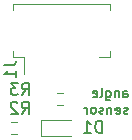
<source format=gbo>
%TF.GenerationSoftware,KiCad,Pcbnew,5.1.10*%
%TF.CreationDate,2021-12-10T14:23:33+01:00*%
%TF.ProjectId,angle-sensor-board,616e676c-652d-4736-956e-736f722d626f,rev?*%
%TF.SameCoordinates,Original*%
%TF.FileFunction,Legend,Bot*%
%TF.FilePolarity,Positive*%
%FSLAX46Y46*%
G04 Gerber Fmt 4.6, Leading zero omitted, Abs format (unit mm)*
G04 Created by KiCad (PCBNEW 5.1.10) date 2021-12-10 14:23:33*
%MOMM*%
%LPD*%
G01*
G04 APERTURE LIST*
%ADD10C,0.200000*%
%ADD11C,0.120000*%
%ADD12C,0.150000*%
%ADD13C,2.200000*%
G04 APERTURE END LIST*
D10*
X41736666Y-37661904D02*
X41736666Y-37242857D01*
X41774761Y-37166666D01*
X41850952Y-37128571D01*
X42003333Y-37128571D01*
X42079523Y-37166666D01*
X41736666Y-37623809D02*
X41812857Y-37661904D01*
X42003333Y-37661904D01*
X42079523Y-37623809D01*
X42117619Y-37547619D01*
X42117619Y-37471428D01*
X42079523Y-37395238D01*
X42003333Y-37357142D01*
X41812857Y-37357142D01*
X41736666Y-37319047D01*
X41355714Y-37128571D02*
X41355714Y-37661904D01*
X41355714Y-37204761D02*
X41317619Y-37166666D01*
X41241428Y-37128571D01*
X41127142Y-37128571D01*
X41050952Y-37166666D01*
X41012857Y-37242857D01*
X41012857Y-37661904D01*
X40289047Y-37128571D02*
X40289047Y-37776190D01*
X40327142Y-37852380D01*
X40365238Y-37890476D01*
X40441428Y-37928571D01*
X40555714Y-37928571D01*
X40631904Y-37890476D01*
X40289047Y-37623809D02*
X40365238Y-37661904D01*
X40517619Y-37661904D01*
X40593809Y-37623809D01*
X40631904Y-37585714D01*
X40670000Y-37509523D01*
X40670000Y-37280952D01*
X40631904Y-37204761D01*
X40593809Y-37166666D01*
X40517619Y-37128571D01*
X40365238Y-37128571D01*
X40289047Y-37166666D01*
X39793809Y-37661904D02*
X39870000Y-37623809D01*
X39908095Y-37547619D01*
X39908095Y-36861904D01*
X39184285Y-37623809D02*
X39260476Y-37661904D01*
X39412857Y-37661904D01*
X39489047Y-37623809D01*
X39527142Y-37547619D01*
X39527142Y-37242857D01*
X39489047Y-37166666D01*
X39412857Y-37128571D01*
X39260476Y-37128571D01*
X39184285Y-37166666D01*
X39146190Y-37242857D01*
X39146190Y-37319047D01*
X39527142Y-37395238D01*
X42117619Y-39023809D02*
X42041428Y-39061904D01*
X41889047Y-39061904D01*
X41812857Y-39023809D01*
X41774761Y-38947619D01*
X41774761Y-38909523D01*
X41812857Y-38833333D01*
X41889047Y-38795238D01*
X42003333Y-38795238D01*
X42079523Y-38757142D01*
X42117619Y-38680952D01*
X42117619Y-38642857D01*
X42079523Y-38566666D01*
X42003333Y-38528571D01*
X41889047Y-38528571D01*
X41812857Y-38566666D01*
X41127142Y-39023809D02*
X41203333Y-39061904D01*
X41355714Y-39061904D01*
X41431904Y-39023809D01*
X41470000Y-38947619D01*
X41470000Y-38642857D01*
X41431904Y-38566666D01*
X41355714Y-38528571D01*
X41203333Y-38528571D01*
X41127142Y-38566666D01*
X41089047Y-38642857D01*
X41089047Y-38719047D01*
X41470000Y-38795238D01*
X40746190Y-38528571D02*
X40746190Y-39061904D01*
X40746190Y-38604761D02*
X40708095Y-38566666D01*
X40631904Y-38528571D01*
X40517619Y-38528571D01*
X40441428Y-38566666D01*
X40403333Y-38642857D01*
X40403333Y-39061904D01*
X40060476Y-39023809D02*
X39984285Y-39061904D01*
X39831904Y-39061904D01*
X39755714Y-39023809D01*
X39717619Y-38947619D01*
X39717619Y-38909523D01*
X39755714Y-38833333D01*
X39831904Y-38795238D01*
X39946190Y-38795238D01*
X40022380Y-38757142D01*
X40060476Y-38680952D01*
X40060476Y-38642857D01*
X40022380Y-38566666D01*
X39946190Y-38528571D01*
X39831904Y-38528571D01*
X39755714Y-38566666D01*
X39260476Y-39061904D02*
X39336666Y-39023809D01*
X39374761Y-38985714D01*
X39412857Y-38909523D01*
X39412857Y-38680952D01*
X39374761Y-38604761D01*
X39336666Y-38566666D01*
X39260476Y-38528571D01*
X39146190Y-38528571D01*
X39070000Y-38566666D01*
X39031904Y-38604761D01*
X38993809Y-38680952D01*
X38993809Y-38909523D01*
X39031904Y-38985714D01*
X39070000Y-39023809D01*
X39146190Y-39061904D01*
X39260476Y-39061904D01*
X38650952Y-39061904D02*
X38650952Y-38528571D01*
X38650952Y-38680952D02*
X38612857Y-38604761D01*
X38574761Y-38566666D01*
X38498571Y-38528571D01*
X38422380Y-38528571D01*
D11*
%TO.C,D1*%
X34815000Y-39565000D02*
X37300000Y-39565000D01*
X34815000Y-40935000D02*
X34815000Y-39565000D01*
X37300000Y-40935000D02*
X34815000Y-40935000D01*
%TO.C,J1*%
X40610000Y-29790000D02*
X40610000Y-30240000D01*
X32390000Y-29790000D02*
X40610000Y-29790000D01*
X32390000Y-30240000D02*
X32390000Y-29790000D01*
X40610000Y-34210000D02*
X39660000Y-34210000D01*
X40610000Y-33760000D02*
X40610000Y-34210000D01*
X33340000Y-34210000D02*
X33340000Y-35700000D01*
X32390000Y-34210000D02*
X33340000Y-34210000D01*
X32390000Y-33760000D02*
X32390000Y-34210000D01*
%TO.C,R2*%
X32754724Y-39727500D02*
X32245276Y-39727500D01*
X32754724Y-40772500D02*
X32245276Y-40772500D01*
%TO.C,R3*%
X36145276Y-37277500D02*
X36654724Y-37277500D01*
X36145276Y-38322500D02*
X36654724Y-38322500D01*
%TO.C,D1*%
D12*
X39938095Y-40652380D02*
X39938095Y-39652380D01*
X39700000Y-39652380D01*
X39557142Y-39700000D01*
X39461904Y-39795238D01*
X39414285Y-39890476D01*
X39366666Y-40080952D01*
X39366666Y-40223809D01*
X39414285Y-40414285D01*
X39461904Y-40509523D01*
X39557142Y-40604761D01*
X39700000Y-40652380D01*
X39938095Y-40652380D01*
X38414285Y-40652380D02*
X38985714Y-40652380D01*
X38700000Y-40652380D02*
X38700000Y-39652380D01*
X38795238Y-39795238D01*
X38890476Y-39890476D01*
X38985714Y-39938095D01*
%TO.C,J1*%
X31652380Y-34966666D02*
X32366666Y-34966666D01*
X32509523Y-34919047D01*
X32604761Y-34823809D01*
X32652380Y-34680952D01*
X32652380Y-34585714D01*
X32652380Y-35966666D02*
X32652380Y-35395238D01*
X32652380Y-35680952D02*
X31652380Y-35680952D01*
X31795238Y-35585714D01*
X31890476Y-35490476D01*
X31938095Y-35395238D01*
%TO.C,R2*%
X33166666Y-39052380D02*
X33500000Y-38576190D01*
X33738095Y-39052380D02*
X33738095Y-38052380D01*
X33357142Y-38052380D01*
X33261904Y-38100000D01*
X33214285Y-38147619D01*
X33166666Y-38242857D01*
X33166666Y-38385714D01*
X33214285Y-38480952D01*
X33261904Y-38528571D01*
X33357142Y-38576190D01*
X33738095Y-38576190D01*
X32785714Y-38147619D02*
X32738095Y-38100000D01*
X32642857Y-38052380D01*
X32404761Y-38052380D01*
X32309523Y-38100000D01*
X32261904Y-38147619D01*
X32214285Y-38242857D01*
X32214285Y-38338095D01*
X32261904Y-38480952D01*
X32833333Y-39052380D01*
X32214285Y-39052380D01*
%TO.C,R3*%
X33166666Y-37452380D02*
X33500000Y-36976190D01*
X33738095Y-37452380D02*
X33738095Y-36452380D01*
X33357142Y-36452380D01*
X33261904Y-36500000D01*
X33214285Y-36547619D01*
X33166666Y-36642857D01*
X33166666Y-36785714D01*
X33214285Y-36880952D01*
X33261904Y-36928571D01*
X33357142Y-36976190D01*
X33738095Y-36976190D01*
X32833333Y-36452380D02*
X32214285Y-36452380D01*
X32547619Y-36833333D01*
X32404761Y-36833333D01*
X32309523Y-36880952D01*
X32261904Y-36928571D01*
X32214285Y-37023809D01*
X32214285Y-37261904D01*
X32261904Y-37357142D01*
X32309523Y-37404761D01*
X32404761Y-37452380D01*
X32690476Y-37452380D01*
X32785714Y-37404761D01*
X32833333Y-37357142D01*
%TD*%
%LPC*%
D13*
%TO.C,REF\u002A\u002A*%
X43000000Y-35500000D03*
%TD*%
%TO.C,REF\u002A\u002A*%
X30000000Y-35500000D03*
%TD*%
%TO.C,D1*%
G36*
G01*
X35075000Y-40462500D02*
X35075000Y-40037500D01*
G75*
G02*
X35287500Y-39825000I212500J0D01*
G01*
X36087500Y-39825000D01*
G75*
G02*
X36300000Y-40037500I0J-212500D01*
G01*
X36300000Y-40462500D01*
G75*
G02*
X36087500Y-40675000I-212500J0D01*
G01*
X35287500Y-40675000D01*
G75*
G02*
X35075000Y-40462500I0J212500D01*
G01*
G37*
G36*
G01*
X36700000Y-40462500D02*
X36700000Y-40037500D01*
G75*
G02*
X36912500Y-39825000I212500J0D01*
G01*
X37712500Y-39825000D01*
G75*
G02*
X37925000Y-40037500I0J-212500D01*
G01*
X37925000Y-40462500D01*
G75*
G02*
X37712500Y-40675000I-212500J0D01*
G01*
X36912500Y-40675000D01*
G75*
G02*
X36700000Y-40462500I0J212500D01*
G01*
G37*
%TD*%
%TO.C,J1*%
G36*
G01*
X33600000Y-35500000D02*
X33600000Y-34300000D01*
G75*
G02*
X33800000Y-34100000I200000J0D01*
G01*
X34200000Y-34100000D01*
G75*
G02*
X34400000Y-34300000I0J-200000D01*
G01*
X34400000Y-35500000D01*
G75*
G02*
X34200000Y-35700000I-200000J0D01*
G01*
X33800000Y-35700000D01*
G75*
G02*
X33600000Y-35500000I0J200000D01*
G01*
G37*
G36*
G01*
X34850000Y-35500000D02*
X34850000Y-34300000D01*
G75*
G02*
X35050000Y-34100000I200000J0D01*
G01*
X35450000Y-34100000D01*
G75*
G02*
X35650000Y-34300000I0J-200000D01*
G01*
X35650000Y-35500000D01*
G75*
G02*
X35450000Y-35700000I-200000J0D01*
G01*
X35050000Y-35700000D01*
G75*
G02*
X34850000Y-35500000I0J200000D01*
G01*
G37*
G36*
G01*
X36100000Y-35500000D02*
X36100000Y-34300000D01*
G75*
G02*
X36300000Y-34100000I200000J0D01*
G01*
X36700000Y-34100000D01*
G75*
G02*
X36900000Y-34300000I0J-200000D01*
G01*
X36900000Y-35500000D01*
G75*
G02*
X36700000Y-35700000I-200000J0D01*
G01*
X36300000Y-35700000D01*
G75*
G02*
X36100000Y-35500000I0J200000D01*
G01*
G37*
G36*
G01*
X37350000Y-35500000D02*
X37350000Y-34300000D01*
G75*
G02*
X37550000Y-34100000I200000J0D01*
G01*
X37950000Y-34100000D01*
G75*
G02*
X38150000Y-34300000I0J-200000D01*
G01*
X38150000Y-35500000D01*
G75*
G02*
X37950000Y-35700000I-200000J0D01*
G01*
X37550000Y-35700000D01*
G75*
G02*
X37350000Y-35500000I0J200000D01*
G01*
G37*
G36*
G01*
X38600000Y-35500000D02*
X38600000Y-34300000D01*
G75*
G02*
X38800000Y-34100000I200000J0D01*
G01*
X39200000Y-34100000D01*
G75*
G02*
X39400000Y-34300000I0J-200000D01*
G01*
X39400000Y-35500000D01*
G75*
G02*
X39200000Y-35700000I-200000J0D01*
G01*
X38800000Y-35700000D01*
G75*
G02*
X38600000Y-35500000I0J200000D01*
G01*
G37*
G36*
G01*
X30400000Y-33250000D02*
X30400000Y-30750000D01*
G75*
G02*
X30650000Y-30500000I250000J0D01*
G01*
X32250000Y-30500000D01*
G75*
G02*
X32500000Y-30750000I0J-250000D01*
G01*
X32500000Y-33250000D01*
G75*
G02*
X32250000Y-33500000I-250000J0D01*
G01*
X30650000Y-33500000D01*
G75*
G02*
X30400000Y-33250000I0J250000D01*
G01*
G37*
G36*
G01*
X40500000Y-33250000D02*
X40500000Y-30750000D01*
G75*
G02*
X40750000Y-30500000I250000J0D01*
G01*
X42350000Y-30500000D01*
G75*
G02*
X42600000Y-30750000I0J-250000D01*
G01*
X42600000Y-33250000D01*
G75*
G02*
X42350000Y-33500000I-250000J0D01*
G01*
X40750000Y-33500000D01*
G75*
G02*
X40500000Y-33250000I0J250000D01*
G01*
G37*
%TD*%
%TO.C,R2*%
G36*
G01*
X32075000Y-40012500D02*
X32075000Y-40487500D01*
G75*
G02*
X31837500Y-40725000I-237500J0D01*
G01*
X31337500Y-40725000D01*
G75*
G02*
X31100000Y-40487500I0J237500D01*
G01*
X31100000Y-40012500D01*
G75*
G02*
X31337500Y-39775000I237500J0D01*
G01*
X31837500Y-39775000D01*
G75*
G02*
X32075000Y-40012500I0J-237500D01*
G01*
G37*
G36*
G01*
X33900000Y-40012500D02*
X33900000Y-40487500D01*
G75*
G02*
X33662500Y-40725000I-237500J0D01*
G01*
X33162500Y-40725000D01*
G75*
G02*
X32925000Y-40487500I0J237500D01*
G01*
X32925000Y-40012500D01*
G75*
G02*
X33162500Y-39775000I237500J0D01*
G01*
X33662500Y-39775000D01*
G75*
G02*
X33900000Y-40012500I0J-237500D01*
G01*
G37*
%TD*%
%TO.C,R3*%
G36*
G01*
X35000000Y-38037500D02*
X35000000Y-37562500D01*
G75*
G02*
X35237500Y-37325000I237500J0D01*
G01*
X35737500Y-37325000D01*
G75*
G02*
X35975000Y-37562500I0J-237500D01*
G01*
X35975000Y-38037500D01*
G75*
G02*
X35737500Y-38275000I-237500J0D01*
G01*
X35237500Y-38275000D01*
G75*
G02*
X35000000Y-38037500I0J237500D01*
G01*
G37*
G36*
G01*
X36825000Y-38037500D02*
X36825000Y-37562500D01*
G75*
G02*
X37062500Y-37325000I237500J0D01*
G01*
X37562500Y-37325000D01*
G75*
G02*
X37800000Y-37562500I0J-237500D01*
G01*
X37800000Y-38037500D01*
G75*
G02*
X37562500Y-38275000I-237500J0D01*
G01*
X37062500Y-38275000D01*
G75*
G02*
X36825000Y-38037500I0J237500D01*
G01*
G37*
%TD*%
M02*

</source>
